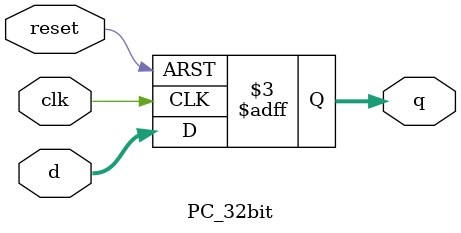
<source format=v>
module PC_32bit(q,d,clk,reset);
	input [31:0]d;
	input reset, clk;
	output [31:0]q;
	reg [31:0]q;
	always @(negedge reset or posedge clk)
		begin
		if(!reset)
			begin
			q<=32'd0;
			end
		else
			begin
			q<=d;
			end
		end
endmodule

</source>
